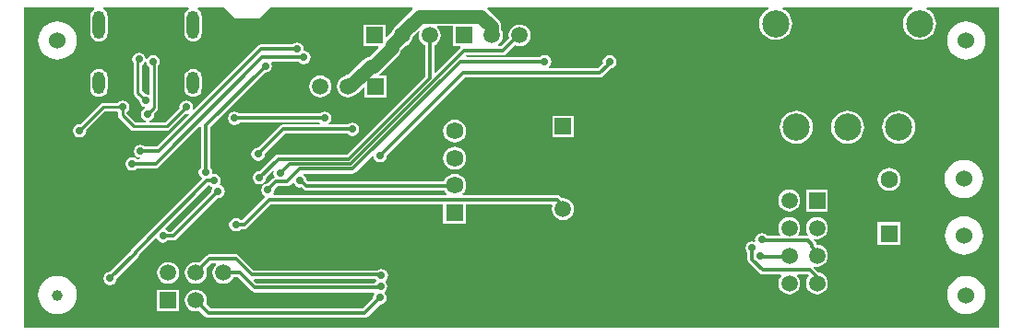
<source format=gbl>
%FSTAX23Y23*%
%MOIN*%
%SFA1B1*%

%IPPOS*%
%AMD69*
4,1,8,0.000000,-0.051200,0.000000,-0.051200,0.021700,-0.029500,0.021700,0.029500,0.000000,0.051200,0.000000,0.051200,-0.021700,0.029500,-0.021700,-0.029500,0.000000,-0.051200,0.0*
1,1,0.043300,0.000000,-0.029500*
1,1,0.043300,0.000000,-0.029500*
1,1,0.043300,0.000000,0.029500*
1,1,0.043300,0.000000,0.029500*
%
%AMD70*
4,1,8,0.000000,-0.041300,0.000000,-0.041300,0.021700,-0.019700,0.021700,0.019700,0.000000,0.041300,0.000000,0.041300,-0.021700,0.019700,-0.021700,-0.019700,0.000000,-0.041300,0.0*
1,1,0.043300,0.000000,-0.019700*
1,1,0.043300,0.000000,-0.019700*
1,1,0.043300,0.000000,0.019700*
1,1,0.043300,0.000000,0.019700*
%
%ADD13C,0.010000*%
%ADD64C,0.062990*%
%ADD65R,0.062990X0.062990*%
G04~CAMADD=69~8~0.0~0.0~433.1~1023.6~216.5~0.0~15~0.0~0.0~0.0~0.0~0~0.0~0.0~0.0~0.0~0~0.0~0.0~0.0~180.0~434.0~1023.0*
%ADD69D69*%
G04~CAMADD=70~8~0.0~0.0~433.1~826.8~216.5~0.0~15~0.0~0.0~0.0~0.0~0~0.0~0.0~0.0~0.0~0~0.0~0.0~0.0~180.0~434.0~827.0*
%ADD70D70*%
%ADD73C,0.012000*%
%ADD77C,0.050000*%
%ADD78C,0.098430*%
%ADD79C,0.059060*%
%ADD80R,0.059060X0.059060*%
%ADD81R,0.059060X0.059060*%
%ADD82R,0.062600X0.062600*%
%ADD83C,0.062600*%
%ADD84C,0.060000*%
%ADD85C,0.039370*%
%ADD86C,0.027560*%
%LNpod-1*%
%LPD*%
G36*
X0077Y01134D02*
X00773Y01132D01*
X00777Y01131*
X00856*
X0086Y01132*
X00863Y01134*
X00899Y0117*
X01412*
X01413Y01165*
X01412Y01164*
X0135Y01102*
X01344Y01095*
X01344Y01095*
X0134Y01089*
X01337Y01082*
X01319Y01064*
X01314Y01066*
Y01109*
X01235*
Y0103*
X01287*
X01289Y01025*
X01255Y00992*
X01252Y00991*
X01243Y00988*
X01236Y00982*
X0118Y00926*
X01175Y00926*
X01166Y00922*
X01166Y00922*
X0116Y00919*
X01151Y00913*
X01145Y00904*
X01141Y00895*
X0114Y00885*
X01141Y00874*
X01145Y00865*
X01151Y00856*
X0116Y0085*
X01169Y00846*
X0118Y00845*
X0119Y00846*
X01199Y0085*
X01206Y00855*
X01208Y00856*
X01215Y00861*
X01235Y00882*
X0124Y0088*
Y00845*
X01319*
Y00924*
X01293*
X01292Y00929*
X01295Y00932*
X01364Y01001*
X0137Y01008*
X01373Y01016*
X01373Y01018*
X01387Y01032*
X01394Y01035*
X01403Y01041*
X01409Y0105*
X01413Y01059*
X01414Y01067*
X01433Y01085*
X01437Y01083*
X01436Y0108*
X01435Y0107*
X01436Y01059*
X0144Y0105*
X01446Y01041*
X01455Y01035*
X01458Y01033*
Y00921*
X01175Y00638*
X00927*
X0092Y00637*
X00915Y00633*
X0086Y00579*
X0086Y00579*
X0085Y00577*
X00842Y00572*
X00837Y00564*
X00835Y00555*
X00837Y00545*
X00842Y00537*
X0085Y00532*
X0086Y0053*
X00869Y00532*
X00877Y00537*
X00882Y00545*
X00884Y00555*
X00884Y00555*
X00906Y00578*
X00911Y00576*
X0091Y0057*
X00912Y0056*
X00914Y00556*
X00913Y00555*
X00908Y00551*
X0089Y00534*
X0089Y00534*
X0088Y00532*
X00872Y00527*
X00867Y00519*
X00865Y0051*
X00867Y005*
X00872Y00492*
X00878Y00488*
X00879Y00483*
X00798Y00401*
X00792*
X00792Y00402*
X00784Y00407*
X00775Y00409*
X00765Y00407*
X00757Y00402*
X00752Y00394*
X0075Y00385*
X00752Y00375*
X00757Y00367*
X00765Y00362*
X00775Y0036*
X00784Y00362*
X00792Y00367*
X00792Y00368*
X00805*
X00811Y00369*
X00816Y00373*
X00902Y00459*
X01523*
Y00386*
X01606*
Y00459*
X01687*
X0169Y00458*
X01916*
X01919Y00454*
X01918Y00451*
X01916Y0044*
X01918Y0043*
X01922Y00421*
X01928Y00412*
X01936Y00406*
X01946Y00402*
X01956Y00401*
X01967Y00402*
X01976Y00406*
X01984Y00412*
X01991Y00421*
X01995Y0043*
X01996Y0044*
X01995Y00451*
X01991Y0046*
X01984Y00469*
X01976Y00475*
X01967Y00479*
X01956Y0048*
X01952Y0048*
X01945Y00486*
X0194Y0049*
X01934Y00491*
X01691*
X01689Y00491*
X01595*
X01593Y00496*
X01594Y00497*
X01601Y00505*
X01605Y00515*
X01606Y00526*
X01605Y00537*
X01601Y00547*
X01594Y00556*
X01585Y00562*
X01575Y00566*
X01565Y00568*
X01554Y00566*
X01544Y00562*
X01535Y00556*
X01528Y00547*
X01526Y00541*
X01035*
X01029Y00547*
X01028Y00553*
X01023Y00561*
X01017Y00564*
X01019Y00569*
X01196*
X01203Y0057*
X01208Y00574*
X01266Y00632*
X01271Y0063*
X01272Y00625*
X01277Y00617*
X01285Y00612*
X01295Y0061*
X01304Y00612*
X01312Y00617*
X01317Y00625*
X01319Y00635*
X01319Y00635*
X01601Y00918*
X0209*
X02096Y00919*
X02101Y00923*
X02128Y0095*
X02129Y00951*
X02134Y00952*
X02142Y00957*
X02147Y00965*
X02149Y00975*
X02147Y00984*
X02142Y00992*
X02134Y00997*
X02125Y00999*
X02115Y00997*
X02107Y00992*
X02102Y00984*
X021Y00975*
X02101Y00969*
X02083Y00951*
X01906*
X01904Y00956*
X01907Y00957*
X01912Y00965*
X01914Y00975*
X01912Y00984*
X01907Y00992*
X01899Y00997*
X0189Y00999*
X0188Y00997*
X01872Y00992*
X01872Y00991*
X01608*
X01606Y00996*
X01608Y00998*
X0174*
X01746Y00999*
X01751Y01003*
X01782Y01034*
X01789Y01031*
X018Y0103*
X0181Y01031*
X01819Y01035*
X01828Y01041*
X01834Y0105*
X01838Y01059*
X01839Y0107*
X01838Y0108*
X01834Y01089*
X01828Y01098*
X01819Y01104*
X0181Y01108*
X018Y01109*
X01789Y01108*
X0178Y01104*
X01771Y01098*
X01765Y01089*
X01761Y0108*
X0176Y0107*
X01761Y01059*
X01761Y01059*
X01733Y01031*
X01722*
X01722Y01031*
X01721Y01036*
X01728Y01041*
X01734Y0105*
X01738Y01059*
X01739Y0107*
X01738Y0108*
X01734Y01089*
X01733Y01091*
Y01101*
X01732Y0111*
X01728Y01119*
X01723Y01126*
X01685Y01164*
X01683Y01165*
X01685Y0117*
X02697*
X02699Y01165*
X02691Y01162*
X02682Y01154*
X02675Y01145*
X02669Y01135*
X02666Y01124*
X02665Y01112*
X02666Y011*
X02669Y01089*
X02675Y01079*
X02682Y0107*
X02691Y01063*
X02702Y01057*
X02713Y01054*
X02724Y01053*
X02736Y01054*
X02747Y01057*
X02758Y01063*
X02767Y0107*
X02774Y01079*
X02779Y01089*
X02783Y011*
X02784Y01112*
X02783Y01124*
X02779Y01135*
X02774Y01145*
X02767Y01154*
X02758Y01162*
X0275Y01165*
X02752Y0117*
X03217*
X03219Y01165*
X03211Y01162*
X03202Y01154*
X03195Y01145*
X0319Y01135*
X03186Y01124*
X03185Y01112*
X03186Y011*
X0319Y01089*
X03195Y01079*
X03202Y0107*
X03211Y01063*
X03222Y01057*
X03233Y01054*
X03245Y01053*
X03256Y01054*
X03267Y01057*
X03278Y01063*
X03287Y0107*
X03294Y01079*
X033Y01089*
X03303Y011*
X03304Y01112*
X03303Y01124*
X033Y01135*
X03294Y01145*
X03287Y01154*
X03278Y01162*
X0327Y01165*
X03272Y0117*
X03533*
Y0001*
X0001*
Y0117*
X00262*
X00263Y01165*
X00257Y0116*
X00252Y01154*
X00249Y01146*
X00248Y01138*
Y01079*
X00249Y0107*
X00252Y01063*
X00257Y01056*
X00263Y01051*
X00271Y01048*
X00279Y01047*
X00288Y01048*
X00295Y01051*
X00302Y01056*
X00307Y01063*
X0031Y0107*
X00311Y01079*
Y01138*
X0031Y01146*
X00307Y01154*
X00302Y0116*
X00295Y01165*
X00296Y0117*
X00603*
X00604Y01165*
X00597Y0116*
X00592Y01154*
X00589Y01146*
X00588Y01138*
Y01079*
X00589Y0107*
X00592Y01063*
X00597Y01056*
X00604Y01051*
X00611Y01048*
X0062Y01047*
X00628Y01048*
X00636Y01051*
X00642Y01056*
X00647Y01063*
X0065Y0107*
X00652Y01079*
Y01138*
X0065Y01146*
X00647Y01154*
X00642Y0116*
X00636Y01165*
X00637Y0117*
X00733*
X0077Y01134*
G37*
G36*
X0156Y0103D02*
X01585D01*
X01586Y01029*
X01587Y01025*
X01495Y00933*
X01491Y00935*
Y01033*
X01494Y01035*
X01503Y01041*
X01509Y0105*
X01513Y01059*
X01514Y0107*
X01513Y0108*
X01509Y01089*
X01503Y01098*
X01501Y01099*
X01503Y01104*
X0156*
Y0103*
G37*
G36*
X00984Y00533D02*
X00988Y00526D01*
X00996Y00521*
X01006Y00519*
X0101Y0052*
X01017Y00513*
X01022Y00509*
X01029Y00508*
X01527*
X01528Y00505*
X01535Y00497*
X01536Y00496*
X01534Y00491*
X00912*
X00909Y00496*
X00912Y005*
X00914Y0051*
X00914Y0051*
X00926Y00523*
X0096*
X00966Y00525*
X00971Y00528*
X00978Y00535*
X00984Y00533*
G37*
%LNpod-2*%
%LPC*%
G36*
X03413Y0112D02*
X03399Y01119D01*
X03386Y01115*
X03374Y01108*
X03364Y011*
X03355Y01089*
X03349Y01077*
X03345Y01064*
X03344Y01051*
X03345Y01037*
X03349Y01024*
X03355Y01012*
X03364Y01002*
X03374Y00993*
X03386Y00987*
X03399Y00983*
X03413Y00981*
X03426Y00983*
X03439Y00987*
X03451Y00993*
X03462Y01002*
X03471Y01012*
X03477Y01024*
X03481Y01037*
X03482Y01051*
X03481Y01064*
X03477Y01077*
X03471Y01089*
X03462Y011*
X03451Y01108*
X03439Y01115*
X03426Y01119*
X03413Y0112*
G37*
G36*
X00129D02*
X00116Y01119D01*
X00103Y01115*
X00091Y01108*
X0008Y011*
X00072Y01089*
X00065Y01077*
X00061Y01064*
X0006Y01051*
X00061Y01037*
X00065Y01024*
X00072Y01012*
X0008Y01002*
X00091Y00993*
X00103Y00987*
X00116Y00983*
X00129Y00981*
X00143Y00983*
X00156Y00987*
X00168Y00993*
X00178Y01002*
X00187Y01012*
X00194Y01024*
X00197Y01037*
X00199Y01051*
X00197Y01064*
X00194Y01077*
X00187Y01089*
X00178Y011*
X00168Y01108*
X00156Y01115*
X00143Y01119*
X00129Y0112*
G37*
G36*
X0062Y00949D02*
X00611Y00948D01*
X00604Y00945*
X00597Y00939*
X00592Y00933*
X00589Y00925*
X00588Y00917*
Y00878*
X00589Y00869*
X00592Y00862*
X00597Y00855*
X00604Y0085*
X00611Y00847*
X0062Y00846*
X00628Y00847*
X00636Y0085*
X00642Y00855*
X00647Y00862*
X0065Y00869*
X00652Y00878*
Y00917*
X0065Y00925*
X00647Y00933*
X00642Y00939*
X00636Y00945*
X00628Y00948*
X0062Y00949*
G37*
G36*
X00279D02*
X00271Y00948D01*
X00263Y00945*
X00257Y00939*
X00252Y00933*
X00249Y00925*
X00248Y00917*
Y00878*
X00249Y00869*
X00252Y00862*
X00257Y00855*
X00263Y0085*
X00271Y00847*
X00279Y00846*
X00288Y00847*
X00295Y0085*
X00302Y00855*
X00307Y00862*
X0031Y00869*
X00311Y00878*
Y00917*
X0031Y00925*
X00307Y00933*
X00302Y00939*
X00295Y00945*
X00288Y00948*
X00279Y00949*
G37*
G36*
X0108Y00924D02*
X01069Y00923D01*
X0106Y00919*
X01051Y00913*
X01045Y00904*
X01041Y00895*
X0104Y00885*
X01041Y00874*
X01045Y00865*
X01051Y00856*
X0106Y0085*
X01069Y00846*
X0108Y00845*
X0109Y00846*
X01099Y0085*
X01108Y00856*
X01114Y00865*
X01118Y00874*
X01119Y00885*
X01118Y00895*
X01114Y00904*
X01108Y00913*
X01099Y00919*
X0109Y00923*
X0108Y00924*
G37*
G36*
X00995Y01044D02*
X00985Y01042D01*
X00977Y01037*
X00977Y01036*
X00865*
X00858Y01035*
X00853Y01031*
X00622Y008*
X00617Y00802*
X00619Y0081*
X00617Y00819*
X00612Y00827*
X00604Y00832*
X00595Y00834*
X00585Y00832*
X00577Y00827*
X00572Y00819*
X0057Y0081*
X00571Y00807*
X00518Y00755*
X00461*
X00461Y0076*
X00465Y00761*
X00472Y00766*
X00478Y00774*
X0048Y00783*
X00479Y00787*
X00489Y00797*
X00492Y00802*
X00493Y00808*
Y0096*
X00497Y00965*
X00499Y00975*
X00497Y00984*
X00492Y00992*
X00484Y00997*
X00475Y00999*
X00465Y00997*
X00457Y00992*
X00453Y00985*
X00449Y00985*
X00447Y00985*
X00446Y00992*
X00441Y01*
X00433Y01005*
X00424Y01007*
X00414Y01005*
X00407Y01*
X00401Y00992*
X00399Y00983*
X00401Y00973*
X00404Y00969*
Y00862*
X00405Y00857*
X00409Y00852*
X00425Y00835*
X00425Y00833*
X00427Y00824*
X00432Y00816*
X0044Y0081*
X00444Y0081*
X00445Y00804*
X00438Y008*
X00433Y00792*
X00431Y00783*
X00433Y00774*
X00438Y00766*
X00446Y00761*
X0045Y0076*
X00449Y00755*
X00411*
X0038Y00786*
Y00791*
X00382Y00792*
X00387Y008*
X00389Y0081*
X00387Y00819*
X00382Y00827*
X00374Y00832*
X00365Y00834*
X00355Y00832*
X00347Y00827*
X00346Y00825*
X00295*
X00289Y00824*
X00284Y0082*
X00212Y00748*
X0021Y00749*
X002Y00747*
X00192Y00742*
X00187Y00734*
X00185Y00725*
X00187Y00715*
X00192Y00707*
X002Y00702*
X0021Y007*
X00219Y00702*
X00227Y00707*
X00232Y00715*
X00234Y00725*
X00233Y00727*
X00301Y00794*
X00346*
X00347Y00792*
X00349Y00791*
Y0078*
X0035Y00774*
X00354Y00769*
X00394Y00729*
X00399Y00725*
X00405Y00724*
X00525*
X0053Y00725*
X00535Y00729*
X00592Y00786*
X00595Y00785*
X00602Y00787*
X00604Y00782*
X00488Y00666*
X00447*
X00447Y00667*
X00439Y00672*
X0043Y00674*
X0042Y00672*
X00412Y00667*
X00407Y00659*
X00405Y0065*
X00407Y0064*
X00412Y00632*
X0042Y00627*
X00427Y00626*
X00426Y00621*
X00417*
X00417Y00622*
X00409Y00627*
X004Y00629*
X0039Y00627*
X00382Y00622*
X00377Y00614*
X00375Y00605*
X00377Y00595*
X00382Y00587*
X0039Y00582*
X004Y0058*
X00409Y00582*
X00417Y00587*
X00417Y00588*
X00485*
X00491Y00589*
X00496Y00593*
X00643Y0074*
X00648Y00738*
Y00592*
X00648Y00591*
X00642Y00584*
X0064Y00574*
X00642Y00565*
X00648Y00557*
X00652Y00554*
X00652Y00549*
X00399Y00296*
X00395Y00291*
X00395Y00288*
X0032Y00214*
X0032Y00214*
X0031Y00212*
X00302Y00207*
X00297Y00199*
X00295Y0019*
X00297Y0018*
X00302Y00172*
X0031Y00167*
X0032Y00165*
X00329Y00167*
X00337Y00172*
X00342Y0018*
X00344Y0019*
X00344Y0019*
X00422Y00269*
X00426Y00274*
X00426Y00277*
X00484Y00335*
X00489Y00333*
X00494Y00326*
X00502Y00321*
X00511Y00319*
X0052Y00321*
X00528Y00326*
X00529Y00327*
X00548*
X00554Y00328*
X0056Y00332*
X00709Y0048*
X0071Y0048*
X00719Y00482*
X00727Y00487*
X00732Y00495*
X00734Y00505*
X00732Y00514*
X00727Y00522*
X00719Y00527*
X00717Y00527*
X00715Y00532*
X00717Y00535*
X00719Y00545*
X00717Y00554*
X00712Y00562*
X00704Y00567*
X00695Y00569*
X00692Y00568*
X00688Y00572*
X00689Y00574*
X00687Y00584*
X00682Y00591*
X00681Y00592*
Y00736*
X0088Y00934*
X00881Y00934*
X0089Y00936*
X00898Y00941*
X00903Y00949*
X00905Y00958*
X00903Y00968*
X00902Y00969*
X00905Y00973*
X01002*
X01002Y00972*
X0101Y00967*
X0102Y00965*
X01029Y00967*
X01037Y00972*
X01042Y0098*
X01044Y0099*
X01042Y00999*
X01037Y01007*
X01029Y01012*
X01023Y01013*
X01019Y01018*
X01019Y0102*
X01017Y01029*
X01012Y01037*
X01004Y01042*
X00995Y01044*
G37*
G36*
X01095Y00794D02*
X01085Y00792D01*
X01077Y00787*
X01077Y00786*
X00787*
X00787Y00787*
X00779Y00792*
X0077Y00794*
X0076Y00792*
X00752Y00787*
X00747Y00779*
X00745Y0077*
X00747Y0076*
X00752Y00752*
X0076Y00747*
X0077Y00745*
X00779Y00747*
X00787Y00752*
X00787Y00753*
X01076*
X01078Y00751*
X01076Y00746*
X00945*
X00938Y00745*
X00933Y00741*
X00855Y00664*
X00855Y00664*
X00845Y00662*
X00837Y00657*
X00832Y00649*
X0083Y0064*
X00832Y0063*
X00837Y00622*
X00845Y00617*
X00855Y00615*
X00864Y00617*
X00872Y00622*
X00877Y0063*
X00879Y0064*
X00879Y0064*
X00951Y00713*
X01177*
X01177Y00712*
X01185Y00707*
X01195Y00705*
X01204Y00707*
X01212Y00712*
X01217Y0072*
X01219Y0073*
X01217Y00739*
X01212Y00747*
X01204Y00752*
X01195Y00754*
X01185Y00752*
X01177Y00747*
X01177Y00746*
X01111*
X01109Y00751*
X01112Y00752*
X01117Y0076*
X01119Y0077*
X01117Y00779*
X01112Y00787*
X01104Y00792*
X01095Y00794*
G37*
G36*
X01996Y00779D02*
X01917D01*
Y007*
X01996*
Y00779*
G37*
G36*
X01565Y00765D02*
X01554Y00763D01*
X01544Y00759*
X01535Y00752*
X01528Y00744*
X01524Y00734*
X01523Y00723*
X01524Y00712*
X01528Y00702*
X01535Y00693*
X01544Y00687*
X01554Y00683*
X01565Y00681*
X01575Y00683*
X01585Y00687*
X01594Y00693*
X01601Y00702*
X01605Y00712*
X01606Y00723*
X01605Y00734*
X01601Y00744*
X01594Y00752*
X01585Y00759*
X01575Y00763*
X01565Y00765*
G37*
G36*
X0317Y00796D02*
X03158Y00795D01*
X03147Y00792*
X03136Y00786*
X03127Y00779*
X0312Y0077*
X03115Y0076*
X03111Y00749*
X0311Y00737*
X03111Y00725*
X03115Y00714*
X0312Y00704*
X03127Y00695*
X03136Y00687*
X03147Y00682*
X03158Y00679*
X0317Y00677*
X03181Y00679*
X03192Y00682*
X03203Y00687*
X03212Y00695*
X03219Y00704*
X03225Y00714*
X03228Y00725*
X03229Y00737*
X03228Y00749*
X03225Y0076*
X03219Y0077*
X03212Y00779*
X03203Y00786*
X03192Y00792*
X03181Y00795*
X0317Y00796*
G37*
G36*
X02985D02*
X02973Y00795D01*
X02962Y00792*
X02951Y00786*
X02942Y00779*
X02935Y0077*
X0293Y0076*
X02926Y00749*
X02925Y00737*
X02926Y00725*
X0293Y00714*
X02935Y00704*
X02942Y00695*
X02951Y00687*
X02962Y00682*
X02973Y00679*
X02985Y00677*
X02996Y00679*
X03007Y00682*
X03018Y00687*
X03027Y00695*
X03034Y00704*
X03039Y00714*
X03043Y00725*
X03044Y00737*
X03043Y00749*
X03039Y0076*
X03034Y0077*
X03027Y00779*
X03018Y00786*
X03007Y00792*
X02996Y00795*
X02985Y00796*
G37*
G36*
X02799D02*
X02788Y00795D01*
X02777Y00792*
X02766Y00786*
X02757Y00779*
X0275Y0077*
X02744Y0076*
X02741Y00749*
X0274Y00737*
X02741Y00725*
X02744Y00714*
X0275Y00704*
X02757Y00695*
X02766Y00687*
X02777Y00682*
X02788Y00679*
X02799Y00677*
X02811Y00679*
X02822Y00682*
X02833Y00687*
X02842Y00695*
X02849Y00704*
X02854Y00714*
X02858Y00725*
X02859Y00737*
X02858Y00749*
X02854Y0076*
X02849Y0077*
X02842Y00779*
X02833Y00786*
X02822Y00792*
X02811Y00795*
X02799Y00796*
G37*
G36*
X01565Y00666D02*
X01554Y00665D01*
X01544Y00661*
X01535Y00654*
X01528Y00645*
X01524Y00635*
X01523Y00625*
X01524Y00614*
X01528Y00604*
X01535Y00595*
X01544Y00588*
X01554Y00584*
X01565Y00583*
X01575Y00584*
X01585Y00588*
X01594Y00595*
X01601Y00604*
X01605Y00614*
X01606Y00625*
X01605Y00635*
X01601Y00645*
X01594Y00654*
X01585Y00661*
X01575Y00665*
X01565Y00666*
G37*
G36*
X03135Y0059D02*
X03124Y00588D01*
X03114Y00584*
X03105Y00578*
X03098Y00569*
X03094Y00559*
X03093Y00548*
X03094Y00537*
X03098Y00527*
X03105Y00518*
X03114Y00512*
X03124Y00508*
X03135Y00506*
X03145Y00508*
X03155Y00512*
X03164Y00518*
X03171Y00527*
X03175Y00537*
X03176Y00548*
X03175Y00559*
X03171Y00569*
X03164Y00578*
X03155Y00584*
X03145Y00588*
X03135Y0059*
G37*
G36*
X03405Y00619D02*
X03391Y00618D01*
X03378Y00614*
X03366Y00607*
X03355Y00599*
X03347Y00588*
X0334Y00576*
X03336Y00563*
X03335Y0055*
X03336Y00536*
X0334Y00523*
X03347Y00511*
X03355Y005*
X03366Y00492*
X03378Y00485*
X03391Y00481*
X03405Y0048*
X03418Y00481*
X03431Y00485*
X03443Y00492*
X03454Y005*
X03462Y00511*
X03469Y00523*
X03473Y00536*
X03474Y0055*
X03473Y00563*
X03469Y00576*
X03462Y00588*
X03454Y00599*
X03443Y00607*
X03431Y00614*
X03418Y00618*
X03405Y00619*
G37*
G36*
X02913Y00511D02*
X02834D01*
Y00432*
X02913*
Y00511*
G37*
G36*
X02774Y00512D02*
X02763Y0051D01*
X02754Y00506*
X02745Y005*
X02739Y00492*
X02735Y00482*
X02734Y00472*
X02735Y00462*
X02739Y00452*
X02745Y00444*
X02754Y00437*
X02763Y00433*
X02774Y00432*
X02784Y00433*
X02793Y00437*
X02802Y00444*
X02808Y00452*
X02812Y00462*
X02813Y00472*
X02812Y00482*
X02808Y00492*
X02802Y005*
X02793Y00506*
X02784Y0051*
X02774Y00512*
G37*
G36*
X02874Y00412D02*
X02863Y0041D01*
X02854Y00406*
X02845Y004*
X02839Y00392*
X02835Y00382*
X02834Y00372*
X02835Y00362*
X02839Y00352*
X02842Y00348*
X02842Y00346*
X0284Y00343*
X02807*
X02805Y00348*
X02808Y00352*
X02812Y00362*
X02813Y00372*
X02812Y00382*
X02808Y00392*
X02802Y004*
X02793Y00406*
X02784Y0041*
X02774Y00412*
X02763Y0041*
X02754Y00406*
X02745Y004*
X02739Y00392*
X02735Y00382*
X02734Y00372*
X02735Y00362*
X02739Y00352*
X02742Y00348*
X0274Y00343*
X02694*
X02692Y00347*
X02684Y00352*
X02675Y00354*
X02665Y00352*
X02657Y00347*
X02652Y00339*
X0265Y0033*
X02651Y00326*
X02651Y00326*
X02647Y00322*
X0264Y00324*
X0263Y00322*
X02622Y00317*
X02617Y00309*
X02615Y003*
X02617Y0029*
X02622Y00282*
X02623Y00282*
Y00257*
X02624Y00251*
X02628Y00246*
X02666Y00208*
X02671Y00204*
X02677Y00203*
X02741*
X02744Y00198*
X02739Y00192*
X02735Y00182*
X02734Y00172*
X02735Y00162*
X02739Y00152*
X02745Y00144*
X02754Y00137*
X02763Y00133*
X02774Y00132*
X02784Y00133*
X02793Y00137*
X02802Y00144*
X02808Y00152*
X02812Y00162*
X02813Y00172*
X02812Y00182*
X02808Y00192*
X02803Y00198*
X02806Y00203*
X02842*
X02845Y002*
X02839Y00192*
X02835Y00182*
X02834Y00172*
X02835Y00162*
X02839Y00152*
X02845Y00144*
X02854Y00137*
X02863Y00133*
X02874Y00132*
X02884Y00133*
X02893Y00137*
X02902Y00144*
X02908Y00152*
X02908Y00153*
X02908Y00153*
X02912Y00158*
X02913Y00165*
X02913Y00167*
X02913Y00172*
X02912Y00182*
X02908Y00192*
X02902Y002*
X02893Y00206*
X02884Y0021*
X0288Y00211*
X02862Y00229*
X02865Y00233*
X02874Y00232*
X02884Y00233*
X02893Y00237*
X02902Y00244*
X02908Y00252*
X02912Y00262*
X02913Y00272*
X02912Y00282*
X02908Y00292*
X02902Y003*
X02893Y00306*
X02884Y0031*
X02874Y00312*
X02873Y00312*
X02872Y00312*
X02871Y00319*
X02867Y00324*
X02862Y00329*
X02865Y00333*
X02874Y00332*
X02884Y00333*
X02893Y00337*
X02902Y00344*
X02908Y00352*
X02912Y00362*
X02913Y00372*
X02912Y00382*
X02908Y00392*
X02902Y004*
X02893Y00406*
X02884Y0041*
X02874Y00412*
G37*
G36*
X03176Y00393D02*
X03093D01*
Y0031*
X03176*
Y00393*
G37*
G36*
X03405Y00414D02*
X03391Y00413D01*
X03378Y00409*
X03366Y00402*
X03356Y00394*
X03347Y00383*
X03341Y00371*
X03337Y00358*
X03336Y00345*
X03337Y00331*
X03341Y00318*
X03347Y00306*
X03356Y00295*
X03366Y00287*
X03378Y0028*
X03391Y00276*
X03405Y00275*
X03419Y00276*
X03432Y0028*
X03444Y00287*
X03454Y00295*
X03463Y00306*
X03469Y00318*
X03473Y00331*
X03474Y00345*
X03473Y00358*
X03469Y00371*
X03463Y00383*
X03454Y00394*
X03444Y00402*
X03432Y00409*
X03419Y00413*
X03405Y00414*
G37*
G36*
X00775Y00276D02*
X0068D01*
X00673Y00275*
X00668Y00271*
X00643Y00247*
X0064Y00248*
X0063Y00249*
X00619Y00248*
X0061Y00244*
X00601Y00238*
X00595Y00229*
X00591Y0022*
X0059Y0021*
X00591Y00199*
X00595Y0019*
X00601Y00181*
X0061Y00175*
X00619Y00171*
X0063Y0017*
X0064Y00171*
X00649Y00175*
X00658Y00181*
X00664Y0019*
X00668Y00199*
X00669Y0021*
X00668Y0022*
X00667Y00223*
X00686Y00243*
X00701*
X00702Y00238*
X00701Y00238*
X00695Y00229*
X00691Y0022*
X0069Y0021*
X00691Y00199*
X00695Y0019*
X00701Y00181*
X0071Y00175*
X00719Y00171*
X0073Y0017*
X0074Y00171*
X00749Y00175*
X00758Y00181*
X00764Y0019*
X00766Y00193*
X00782*
X00831Y00144*
X00837Y00141*
X00843Y00139*
X01273*
X01276Y00134*
X01272Y00129*
X0127Y0012*
X0127Y00119*
X01232Y0008*
X00682*
X00667Y00096*
X00668Y00099*
X00669Y0011*
X00668Y0012*
X00664Y00129*
X00658Y00138*
X00649Y00144*
X0064Y00148*
X0063Y00149*
X00619Y00148*
X0061Y00144*
X00601Y00138*
X00595Y00129*
X00591Y0012*
X0059Y0011*
X00591Y00099*
X00595Y0009*
X00601Y00081*
X0061Y00075*
X00619Y00071*
X0063Y0007*
X0064Y00071*
X00643Y00072*
X00663Y00052*
X00669Y00049*
X00675Y00048*
X01239*
X01245Y00049*
X01251Y00052*
X01294Y00095*
X01295Y00095*
X01304Y00097*
X01312Y00102*
X01317Y0011*
X01319Y0012*
X01317Y00129*
X01312Y00135*
X01313Y00142*
X01314Y00142*
X01319Y0015*
X01321Y0016*
X01319Y00169*
X01314Y00177*
Y0018*
X01317Y00182*
X01322Y0019*
X01324Y002*
X01322Y00209*
X01317Y00217*
X01309Y00222*
X013Y00224*
X0129Y00222*
X01286Y00219*
X00838*
X00786Y00271*
X00781Y00275*
X00775Y00276*
G37*
G36*
X0053Y00249D02*
X00519Y00248D01*
X0051Y00244*
X00501Y00238*
X00495Y00229*
X00491Y0022*
X0049Y0021*
X00491Y00199*
X00495Y0019*
X00501Y00181*
X0051Y00175*
X00519Y00171*
X0053Y0017*
X0054Y00171*
X00549Y00175*
X00558Y00181*
X00564Y0019*
X00568Y00199*
X00569Y0021*
X00568Y0022*
X00564Y00229*
X00558Y00238*
X00549Y00244*
X0054Y00248*
X0053Y00249*
G37*
G36*
X00569Y00149D02*
X0049D01*
Y0007*
X00569*
Y00149*
G37*
G36*
X03413Y00199D02*
X03399Y00197D01*
X03386Y00194*
X03374Y00187*
X03364Y00178*
X03355Y00168*
X03349Y00156*
X03345Y00143*
X03344Y00129*
X03345Y00116*
X03349Y00103*
X03355Y00091*
X03364Y0008*
X03374Y00072*
X03386Y00065*
X03399Y00061*
X03413Y0006*
X03426Y00061*
X03439Y00065*
X03451Y00072*
X03462Y0008*
X03471Y00091*
X03477Y00103*
X03481Y00116*
X03482Y00129*
X03481Y00143*
X03477Y00156*
X03471Y00168*
X03462Y00178*
X03451Y00187*
X03439Y00194*
X03426Y00197*
X03413Y00199*
G37*
G36*
X00129D02*
X00116Y00197D01*
X00103Y00194*
X00091Y00187*
X0008Y00178*
X00072Y00168*
X00065Y00156*
X00061Y00143*
X0006Y00129*
X00061Y00116*
X00065Y00103*
X00072Y00091*
X0008Y0008*
X00091Y00072*
X00103Y00065*
X00116Y00061*
X00129Y0006*
X00143Y00061*
X00156Y00065*
X00168Y00072*
X00178Y0008*
X00187Y00091*
X00194Y00103*
X00197Y00116*
X00199Y00129*
X00197Y00143*
X00194Y00156*
X00187Y00168*
X00178Y00178*
X00168Y00187*
X00156Y00194*
X00143Y00197*
X00129Y00199*
G37*
%LNpod-3*%
%LPD*%
G36*
X00451Y00972D02*
X00452Y00965D01*
X00457Y00957*
X00463Y00954*
Y00858*
X00458Y00855*
X00449Y00857*
X00447Y00857*
X00435Y00869*
Y00962*
X00441Y00966*
X00446Y00973*
X00449Y00973*
X00451Y00972*
G37*
G36*
X00677Y00527D02*
X00685Y00522D01*
X00687Y00522*
X00689Y00517*
X00687Y00514*
X00685Y00505*
X00685Y00504*
X00541Y00359*
X00529*
X00528Y0036*
X00521Y00365*
X00519Y0037*
X00676Y00527*
X00677Y00527*
G37*
G36*
X01282Y00182D02*
Y00179D01*
X01279Y00177*
X01276Y00172*
X0085*
X0084Y00182*
X00842Y00186*
X0128*
X01282Y00182*
G37*
G54D13*
X00525Y0074D02*
X00595Y0081D01*
X00405Y0074D02*
X00525D01*
X00455Y00783D02*
Y00785D01*
X00295Y0081D02*
X00365D01*
X0021Y00725D02*
X00295Y0081D01*
X00365Y0078D02*
Y0081D01*
Y0078D02*
X00405Y0074D01*
X00455Y00785D02*
X00478Y00808D01*
X00424Y00979D02*
Y00983D01*
X0042Y00975D02*
X00424Y00979D01*
X0042Y00862D02*
X00449Y00833D01*
X0042Y00862D02*
Y00975D01*
X00478Y00808D02*
Y00971D01*
X00475Y00975D02*
X00478Y00971D01*
G54D64*
X03135Y00548D03*
G54D65*
X03135Y00351D03*
G54D69*
X00279Y01108D03*
X0062D03*
G54D70*
X00279Y00897D03*
X0062D03*
G54D73*
X01295Y00635D02*
D01*
X01595Y00935*
X0209*
X00548Y00343D02*
X0071Y00505D01*
X00511Y00343D02*
X00548D01*
X016Y01015D02*
X0174D01*
X01776Y01051*
X01189Y00604D02*
X016Y01015D01*
X01776Y01051D02*
D01*
X018Y01075*
X0087Y0099D02*
X0102D01*
X0043Y0065D02*
X00495D01*
X00485Y00605D02*
X0087Y0099D01*
X00495Y0065D02*
X00865Y0102D01*
X004Y00605D02*
X00485D01*
X0068Y0026D02*
X00775D01*
X00831Y00203D02*
X01296D01*
X00775Y0026D02*
X00831Y00203D01*
X00775Y00385D02*
X00805D01*
X00895Y00475*
X01689*
X02122Y00968D02*
X02123D01*
X02117Y00963D02*
X02122Y00968D01*
X02117Y00962D02*
Y00963D01*
X0209Y00935D02*
X02117Y00962D01*
X01196Y00586D02*
X01585Y00975D01*
X01888*
X01182Y00622D02*
X01475Y00915D01*
X01006Y00586D02*
X01196D01*
X01475Y00915D02*
Y01075D01*
X00927Y00622D02*
X01182D01*
X00934Y0057D02*
X00968Y00604D01*
X01189*
X00665Y00743D02*
X00881Y00958D01*
X00665Y00574D02*
Y00743D01*
X00843Y00156D02*
X01301D01*
X01239Y00064D02*
X01295Y0012D01*
X00675Y00064D02*
X01239D01*
X02848Y0022D02*
X02885Y00183D01*
X02881Y00181D02*
X02897Y00165D01*
X0264Y00257D02*
Y003D01*
X0277Y00263D02*
X02796D01*
X02673Y00266D02*
X02774D01*
X0267Y0027D02*
X02673Y00266D01*
X02677Y0022D02*
X02848D01*
X0264Y00257D02*
X02677Y0022D01*
X02678Y00326D02*
X02841D01*
X02675Y0033D02*
X02678Y00326D01*
X02841D02*
X02855Y00312D01*
Y00303D02*
Y00312D01*
Y00303D02*
X02875Y00283D01*
X02871Y00281D02*
X02881D01*
X02796Y00263D02*
X02797Y00265D01*
X01934Y00475D02*
X01968Y0044D01*
X0169Y00475D02*
X01934D01*
X0086Y00555D02*
X00927Y00622D01*
X0092Y0054D02*
X0096D01*
X0089Y0051D02*
X0092Y0054D01*
X0096D02*
X01006Y00586D01*
X01689Y00475D02*
X0169Y00475D01*
X0101Y00543D02*
X01029Y00525D01*
X01006Y00543D02*
X0101D01*
X01029Y00525D02*
X01563D01*
X01565Y00526*
X00945Y0073D02*
X01195D01*
X00855Y0064D02*
D01*
X00945Y0073*
X0077Y0077D02*
X01095D01*
X00789Y0021D02*
X00843Y00156D01*
X0073Y0021D02*
X00789D01*
X0063D02*
X0068Y0026D01*
X0063Y0011D02*
X00675Y00064D01*
X00865Y0102D02*
X00995D01*
X00411Y00285D02*
X0067Y00545D01*
X00697*
X00411Y00281D02*
Y00285D01*
X0032Y0019D02*
X00411Y00281D01*
G54D77*
X01271Y00957D02*
X01339Y01025D01*
X01261Y00957D02*
X01271D01*
X01339Y01025D02*
Y01034D01*
X0119Y00886D02*
X01261Y00957D01*
X01181Y00886D02*
X0119D01*
X0118Y00885D02*
X01181Y00886D01*
X01373Y01068D02*
Y01073D01*
X01339Y01034D02*
X01373Y01068D01*
X01698Y01076D02*
X017Y01075D01*
X01375Y01077D02*
X01437Y01139D01*
X01698Y01076D02*
Y01101D01*
X01437Y01139D02*
X0166D01*
X01698Y01101*
X01373Y01073D02*
X01375Y01075D01*
Y01077*
X01175Y00883D02*
X01184Y00891D01*
G54D78*
X02724Y01112D03*
X02799Y00737D03*
X02985D03*
X0317D03*
X03245Y01112D03*
G54D79*
X02774Y00172D03*
X02874D03*
X02774Y00272D03*
X02874D03*
X02774Y00372D03*
X02874D03*
X02774Y00472D03*
X018Y0107D03*
X017D03*
X01475D03*
X01375D03*
X0108Y00885D03*
X0118D03*
X01956Y0044D03*
X0073Y0021D03*
Y0011D03*
X0063Y0021D03*
Y0011D03*
X0053Y0021D03*
G54D80*
X02874Y00472D03*
G54D81*
X016Y0107D03*
X01275D03*
X0128Y00885D03*
X01956Y0074D03*
X0053Y0011D03*
G54D82*
X01565Y00428D03*
G54D83*
X01565Y00526D03*
Y00625D03*
Y00723D03*
G54D84*
X00129Y01051D03*
X03413Y00129D03*
Y01051D03*
X03405Y00345D03*
X03405Y0055D03*
G54D85*
X00129Y00129D03*
G54D86*
X0246Y0073D03*
X0228Y0084D03*
X01295Y00635D03*
X01034Y00239D03*
X0071Y00505D03*
X00475Y00975D03*
X00595Y0081D03*
X00365D03*
X00449Y00833D03*
X00424Y00983D03*
X0101Y0082D03*
X00545Y00615D03*
X00775Y00385D03*
X0189Y00975D03*
X01365Y00855D03*
X01105Y0102D03*
X00881Y00958D03*
X0035Y0013D03*
X0021Y00725D03*
X02345Y0098D03*
X02445Y0054D03*
X00665Y00574D03*
X01295Y0012D03*
X013Y002D03*
X01297Y0016D03*
X0264Y003D03*
X0267Y0027D03*
X02675Y0033D03*
X02125Y00975D03*
X0086Y00555D03*
X0089Y0051D03*
X01006Y00543D03*
X00934Y0057D03*
X01195Y0073D03*
X0077Y0077D03*
X01095D03*
X00855Y0064D03*
X00205Y0044D03*
X0033Y00525D03*
X00695Y00545D03*
X00511Y00343D03*
X0032Y0019D03*
X0102Y0099D03*
X00995Y0102D03*
X004Y00605D03*
X0043Y0065D03*
X00455Y00783D03*
M02*
</source>
